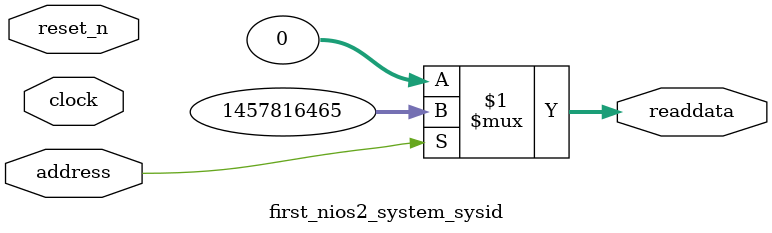
<source format=v>

`timescale 1ns / 1ps
// synthesis translate_on

// turn off superfluous verilog processor warnings 
// altera message_level Level1 
// altera message_off 10034 10035 10036 10037 10230 10240 10030 

module first_nios2_system_sysid (
               // inputs:
                address,
                clock,
                reset_n,

               // outputs:
                readdata
             )
;

  output  [ 31: 0] readdata;
  input            address;
  input            clock;
  input            reset_n;

  wire    [ 31: 0] readdata;
  //control_slave, which is an e_avalon_slave
  assign readdata = address ? 1457816465 : 0;

endmodule




</source>
